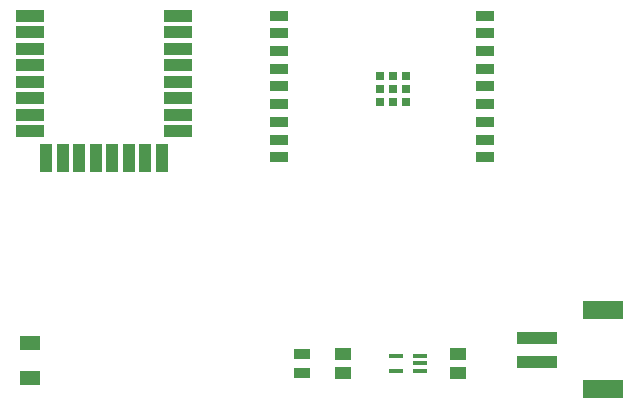
<source format=gtp>
G04 #@! TF.GenerationSoftware,KiCad,Pcbnew,7.0.10*
G04 #@! TF.CreationDate,2025-02-21T18:16:38-05:00*
G04 #@! TF.ProjectId,pcb_v2,7063625f-7632-42e6-9b69-6361645f7063,rev?*
G04 #@! TF.SameCoordinates,Original*
G04 #@! TF.FileFunction,Paste,Top*
G04 #@! TF.FilePolarity,Positive*
%FSLAX46Y46*%
G04 Gerber Fmt 4.6, Leading zero omitted, Abs format (unit mm)*
G04 Created by KiCad (PCBNEW 7.0.10) date 2025-02-21 18:16:38*
%MOMM*%
%LPD*%
G01*
G04 APERTURE LIST*
%ADD10R,3.500000X1.000000*%
%ADD11R,3.400000X1.500000*%
%ADD12R,1.800000X1.150000*%
%ADD13R,1.150000X0.450000*%
%ADD14R,1.470000X1.020000*%
%ADD15R,1.500000X0.900000*%
%ADD16R,0.700000X0.700000*%
%ADD17R,2.450000X1.000000*%
%ADD18R,1.000000X2.450000*%
%ADD19R,1.430000X0.940000*%
G04 APERTURE END LIST*
D10*
X159450000Y-106850000D03*
X159450000Y-104850000D03*
D11*
X165000000Y-109200000D03*
X165000000Y-102500000D03*
D12*
X116500000Y-108200000D03*
X116500000Y-105300000D03*
D13*
X149500000Y-107650000D03*
X149500000Y-107000000D03*
X149500000Y-106350000D03*
X147500000Y-106350000D03*
X147500000Y-107650000D03*
D14*
X152750000Y-107810000D03*
X152750000Y-106190000D03*
X143000000Y-107810000D03*
X143000000Y-106190000D03*
D15*
X137540000Y-77550000D03*
X137540000Y-79050000D03*
X137540000Y-80550000D03*
X137540000Y-82050000D03*
X137540000Y-83550000D03*
X137540000Y-85050000D03*
X137540000Y-86550000D03*
X137540000Y-88050000D03*
X137540000Y-89550000D03*
X155040000Y-89550000D03*
X155040000Y-88050000D03*
X155040000Y-86550000D03*
X155040000Y-85050000D03*
X155040000Y-83550000D03*
X155040000Y-82050000D03*
X155040000Y-80550000D03*
X155040000Y-79050000D03*
X155040000Y-77550000D03*
D16*
X147250000Y-83750000D03*
X148350000Y-83750000D03*
X148350000Y-82650000D03*
X147250000Y-82650000D03*
X146150000Y-82650000D03*
X146150000Y-83750000D03*
X146150000Y-84850000D03*
X147250000Y-84850000D03*
X148350000Y-84850000D03*
D17*
X116455000Y-77550000D03*
X116455000Y-78950000D03*
X116455000Y-80350000D03*
X116455000Y-81750000D03*
X116455000Y-83150000D03*
X116455000Y-84550000D03*
X116455000Y-85950000D03*
X116455000Y-87350000D03*
D18*
X117850000Y-89645000D03*
X119250000Y-89645000D03*
X120650000Y-89645000D03*
X122050000Y-89645000D03*
X123450000Y-89645000D03*
X124850000Y-89645000D03*
X126250000Y-89645000D03*
X127650000Y-89645000D03*
D17*
X129045000Y-87350000D03*
X129045000Y-85950000D03*
X129045000Y-84550000D03*
X129045000Y-83150000D03*
X129045000Y-81750000D03*
X129045000Y-80350000D03*
X129045000Y-78950000D03*
X129045000Y-77550000D03*
D19*
X139500000Y-107820000D03*
X139500000Y-106180000D03*
M02*

</source>
